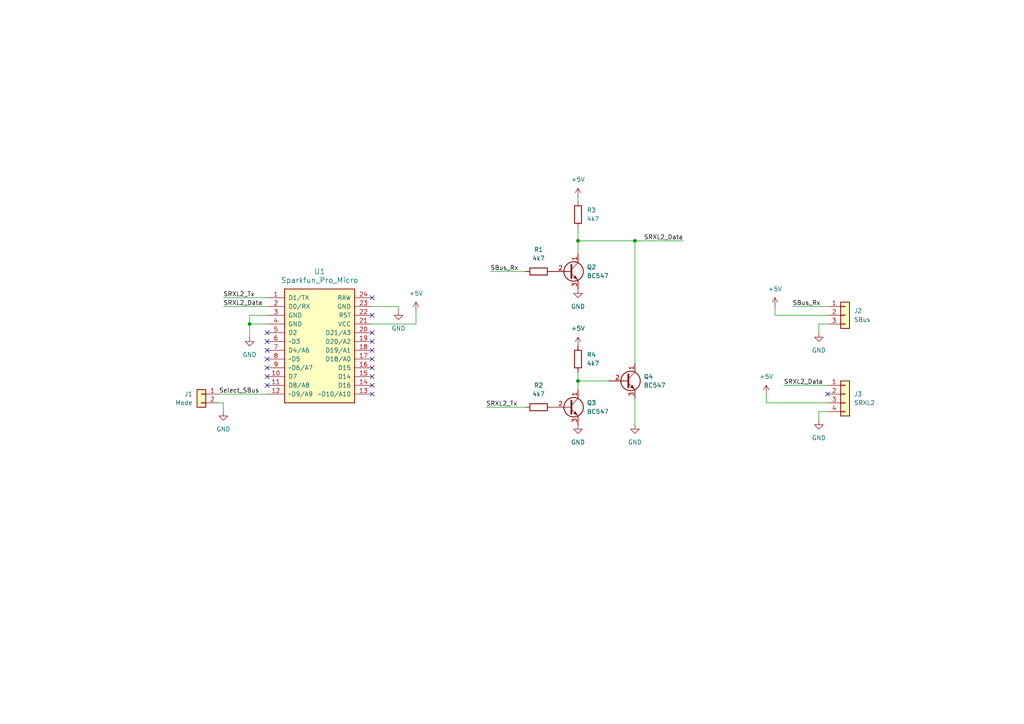
<source format=kicad_sch>
(kicad_sch (version 20250114) (generator "eeschema") (generator_version "9.0")
  (paper "A4")
  (lib_symbols
    (symbol "Arduino:Sparkfun_Pro_Micro" (pin_names (offset 1.016))
      (property "Reference" "U" (at -8.89 21.59 0))
      (property "Value" "Sparkfun_Pro_Micro" (at 0 19.05 0))
      (symbol "Sparkfun_Pro_Micro_0_1"
        (rectangle (start -10.16 17.78) (end 10.16 -15.24) (stroke (width 0.254)) (fill (type background)))
      )
      (symbol "Sparkfun_Pro_Micro_1_1"
        (pin bidirectional line (at -15.24 15.24 0) (length 5.08) (name "D1/TX") (number "1"))
        (pin bidirectional line (at -15.24 12.7 0) (length 5.08) (name "D0/RX") (number "2"))
        (pin power_in line (at -15.24 10.16 0) (length 5.08) (name "GND") (number "3"))
        (pin power_in line (at -15.24 7.62 0) (length 5.08) (name "GND") (number "4"))
        (pin bidirectional line (at -15.24 5.08 0) (length 5.08) (name "D2") (number "5"))
        (pin bidirectional line (at -15.24 2.54 0) (length 5.08) (name "~D3") (number "6"))
        (pin bidirectional line (at -15.24 0 0) (length 5.08) (name "D4/A6") (number "7"))
        (pin bidirectional line (at -15.24 -2.54 0) (length 5.08) (name "~D5") (number "8"))
        (pin bidirectional line (at -15.24 -5.08 0) (length 5.08) (name "~D6/A7") (number "9"))
        (pin bidirectional line (at -15.24 -7.62 0) (length 5.08) (name "D7") (number "10"))
        (pin bidirectional line (at -15.24 -10.16 0) (length 5.08) (name "D8/A8") (number "11"))
        (pin bidirectional line (at -15.24 -12.7 0) (length 5.08) (name "~D9/A9") (number "12"))
        (pin power_in line (at 15.24 15.24 180) (length 5.08) (name "RAW") (number "24"))
        (pin power_in line (at 15.24 12.7 180) (length 5.08) (name "GND") (number "23"))
        (pin input line (at 15.24 10.16 180) (length 5.08) (name "RST") (number "22"))
        (pin power_in line (at 15.24 7.62 180) (length 5.08) (name "VCC") (number "21"))
        (pin bidirectional line (at 15.24 5.08 180) (length 5.08) (name "D21/A3") (number "20"))
        (pin bidirectional line (at 15.24 2.54 180) (length 5.08) (name "D20/A2") (number "19"))
        (pin bidirectional line (at 15.24 0 180) (length 5.08) (name "D19/A1") (number "18"))
        (pin bidirectional line (at 15.24 -2.54 180) (length 5.08) (name "D18/A0") (number "17"))
        (pin bidirectional line (at 15.24 -5.08 180) (length 5.08) (name "D15") (number "16"))
        (pin bidirectional line (at 15.24 -7.62 180) (length 5.08) (name "D14") (number "15"))
        (pin bidirectional line (at 15.24 -10.16 180) (length 5.08) (name "D16") (number "14"))
        (pin bidirectional line (at 15.24 -12.7 180) (length 5.08) (name "~D10/A10") (number "13"))
      )
    )
    (symbol "Connector_Generic:Conn_01x02" (pin_names (offset 1.016) (hide yes))
      (property "Reference" "J" (at 0 2.54 0))
      (property "Value" "Conn_01x02" (at 0 -5.08 0))
      (symbol "Conn_01x02_1_1"
        (rectangle (start -1.27 1.27) (end 1.27 -3.81) (stroke (width 0.254)) (fill (type background)))
        (rectangle (start -1.27 0.127) (end 0 -0.127) (stroke (width 0.1524)))
        (rectangle (start -1.27 -2.413) (end 0 -2.667) (stroke (width 0.1524)))
        (pin passive line (at -5.08 0 0) (length 3.81) (name "Pin_1") (number "1"))
        (pin passive line (at -5.08 -2.54 0) (length 3.81) (name "Pin_2") (number "2"))
      )
    )
    (symbol "Connector_Generic:Conn_01x03" (pin_names (offset 1.016) (hide yes))
      (property "Reference" "J" (at 0 5.08 0))
      (property "Value" "Conn_01x03" (at 0 -5.08 0))
      (symbol "Conn_01x03_1_1"
        (rectangle (start -1.27 3.81) (end 1.27 -3.81) (stroke (width 0.254)) (fill (type background)))
        (rectangle (start -1.27 2.667) (end 0 2.413) (stroke (width 0.1524)))
        (rectangle (start -1.27 0.127) (end 0 -0.127) (stroke (width 0.1524)))
        (rectangle (start -1.27 -2.413) (end 0 -2.667) (stroke (width 0.1524)))
        (pin passive line (at -5.08 2.54 0) (length 3.81) (name "Pin_1") (number "1"))
        (pin passive line (at -5.08 0 0) (length 3.81) (name "Pin_2") (number "2"))
        (pin passive line (at -5.08 -2.54 0) (length 3.81) (name "Pin_3") (number "3"))
      )
    )
    (symbol "Connector_Generic:Conn_01x04" (pin_names (offset 1.016) (hide yes))
      (property "Reference" "J" (at 0 5.08 0))
      (property "Value" "Conn_01x04" (at 0 -7.62 0))
      (symbol "Conn_01x04_1_1"
        (rectangle (start -1.27 3.81) (end 1.27 -6.35) (stroke (width 0.254)) (fill (type background)))
        (rectangle (start -1.27 2.667) (end 0 2.413) (stroke (width 0.1524)))
        (rectangle (start -1.27 0.127) (end 0 -0.127) (stroke (width 0.1524)))
        (rectangle (start -1.27 -2.413) (end 0 -2.667) (stroke (width 0.1524)))
        (rectangle (start -1.27 -4.953) (end 0 -5.207) (stroke (width 0.1524)))
        (pin passive line (at -5.08 2.54 0) (length 3.81) (name "Pin_1") (number "1"))
        (pin passive line (at -5.08 0 0) (length 3.81) (name "Pin_2") (number "2"))
        (pin passive line (at -5.08 -2.54 0) (length 3.81) (name "Pin_3") (number "3"))
        (pin passive line (at -5.08 -5.08 0) (length 3.81) (name "Pin_4") (number "4"))
      )
    )
    (symbol "Device:R" (pin_numbers (hide yes)) (pin_names (offset 0))
      (property "Reference" "R" (at 2.032 0 90))
      (property "Value" "R" (at 0 0 90))
      (symbol "R_0_1"
        (rectangle (start -1.016 -2.54) (end 1.016 2.54) (stroke (width 0.254)))
      )
      (symbol "R_1_1"
        (pin passive line (at 0 3.81 270) (length 1.27) (name "~") (number "1"))
        (pin passive line (at 0 -3.81 90) (length 1.27) (name "~") (number "2"))
      )
    )
    (symbol "Transistor_BJT:BC547" (pin_names (offset 0) (hide yes))
      (property "Reference" "Q" (at 5.08 1.905 0))
      (property "Value" "BC547" (at 5.08 0 0))
      (symbol "BC547_0_1"
        (polyline (pts (xy 0 0) (xy 0.635 0)))
        (polyline (pts (xy 0.635 1.905) (xy 0.635 -1.905) (xy 0.635 -1.905)) (stroke (width 0.508)))
        (polyline (pts (xy 0.635 0.635) (xy 2.54 2.54)))
        (polyline (pts (xy 0.635 -0.635) (xy 2.54 -2.54) (xy 2.54 -2.54)))
        (circle (center 1.27 0) (radius 2.8194) (stroke (width 0.254)))
        (polyline (pts (xy 1.27 -1.778) (xy 1.778 -1.27) (xy 2.286 -2.286) (xy 1.27 -1.778) (xy 1.27 -1.778)) (fill (type outline)))
      )
      (symbol "BC547_1_1"
        (pin input line (at -5.08 0 0) (length 5.08) (name "B") (number "2"))
        (pin passive line (at 2.54 5.08 270) (length 2.54) (name "C") (number "1"))
        (pin passive line (at 2.54 -5.08 90) (length 2.54) (name "E") (number "3"))
      )
    )
    (symbol "power:+5V" (power) (pin_names (offset 0))
      (property "Value" "+5V" (at 0 3.556 0))
      (symbol "+5V_0_1"
        (polyline (pts (xy -0.762 1.27) (xy 0 2.54)))
        (polyline (pts (xy 0 2.54) (xy 0.762 1.27)))
        (polyline (pts (xy 0 0) (xy 0 2.54)))
      )
      (symbol "+5V_1_1"
        (pin power_in line (at 0 0 90) (length 0) (hide yes) (name "+5V") (number "1"))
      )
    )
    (symbol "power:GND" (power) (pin_names (offset 0))
      (property "Value" "GND" (at 0 -3.81 0))
      (symbol "GND_0_1"
        (polyline (pts (xy 0 0) (xy 0 -1.27) (xy 1.27 -1.27) (xy 0 -2.54) (xy -1.27 -1.27) (xy 0 -1.27)))
      )
      (symbol "GND_1_1"
        (pin power_in line (at 0 0 270) (length 0) (hide yes) (name "GND") (number "1"))
      )
    )
  )
  (junction (at 184.15 69.85))
  (junction (at 72.39 93.98))
  (junction (at 167.64 69.85))
  (junction (at 167.64 110.49))
  (no_connect (at 77.47 96.52))
  (no_connect (at 77.47 104.14))
  (no_connect (at 107.95 109.22))
  (no_connect (at 107.95 104.14))
  (no_connect (at 107.95 114.3))
  (no_connect (at 77.47 111.76))
  (no_connect (at 107.95 86.36))
  (no_connect (at 107.95 101.6))
  (no_connect (at 77.47 109.22))
  (no_connect (at 107.95 99.06))
  (no_connect (at 107.95 111.76))
  (no_connect (at 107.95 106.68))
  (no_connect (at 77.47 106.68))
  (no_connect (at 107.95 96.52))
  (no_connect (at 107.95 91.44))
  (no_connect (at 240.03 114.3))
  (no_connect (at 77.47 99.06))
  (no_connect (at 77.47 101.6))
  (wire (pts (xy 240.03 93.98) (xy 237.49 93.98)))
  (wire (pts (xy 107.95 93.98) (xy 120.65 93.98)))
  (wire (pts (xy 237.49 93.98) (xy 237.49 96.52)))
  (wire (pts (xy 240.03 119.38) (xy 237.49 119.38)))
  (wire (pts (xy 120.65 93.98) (xy 120.65 90.17)))
  (wire (pts (xy 184.15 69.85) (xy 167.64 69.85)))
  (wire (pts (xy 63.5 116.84) (xy 64.77 116.84)))
  (wire (pts (xy 72.39 97.79) (xy 72.39 93.98)))
  (wire (pts (xy 115.57 88.9) (xy 107.95 88.9)))
  (wire (pts (xy 229.87 88.9) (xy 240.03 88.9)))
  (wire (pts (xy 167.64 107.95) (xy 167.64 110.49)))
  (wire (pts (xy 167.64 57.15) (xy 167.64 58.42)))
  (wire (pts (xy 142.24 78.74) (xy 152.4 78.74)))
  (wire (pts (xy 167.64 110.49) (xy 176.53 110.49)))
  (wire (pts (xy 237.49 119.38) (xy 237.49 121.92)))
  (wire (pts (xy 240.03 116.84) (xy 222.25 116.84)))
  (wire (pts (xy 64.77 88.9) (xy 77.47 88.9)))
  (wire (pts (xy 184.15 123.19) (xy 184.15 115.57)))
  (wire (pts (xy 72.39 93.98) (xy 72.39 91.44)))
  (wire (pts (xy 198.12 69.85) (xy 184.15 69.85)))
  (wire (pts (xy 167.64 110.49) (xy 167.64 113.03)))
  (wire (pts (xy 72.39 91.44) (xy 77.47 91.44)))
  (wire (pts (xy 227.33 111.76) (xy 240.03 111.76)))
  (wire (pts (xy 64.77 116.84) (xy 64.77 119.38)))
  (wire (pts (xy 167.64 69.85) (xy 167.64 73.66)))
  (wire (pts (xy 222.25 116.84) (xy 222.25 114.3)))
  (wire (pts (xy 72.39 93.98) (xy 77.47 93.98)))
  (wire (pts (xy 77.47 114.3) (xy 63.5 114.3)))
  (wire (pts (xy 184.15 69.85) (xy 184.15 105.41)))
  (wire (pts (xy 115.57 90.17) (xy 115.57 88.9)))
  (wire (pts (xy 140.97 118.11) (xy 152.4 118.11)))
  (wire (pts (xy 224.79 91.44) (xy 224.79 88.9)))
  (wire (pts (xy 64.77 86.36) (xy 77.47 86.36)))
  (wire (pts (xy 240.03 91.44) (xy 224.79 91.44)))
  (wire (pts (xy 167.64 66.04) (xy 167.64 69.85)))
  (label "SRXL2_Data" (at 64.77 88.9 0))
  (label "SBus_Rx" (at 142.24 78.74 0))
  (label "SRXL2_Tx" (at 140.97 118.11 0))
  (label "SRXL2_Data" (at 198.12 69.85 180))
  (label "SRXL2_Tx" (at 64.77 86.36 0))
  (label "SBus_Rx" (at 229.87 88.9 0))
  (label "Select_SBus" (at 63.5 114.3 0))
  (label "SRXL2_Data" (at 227.33 111.76 0))
  (symbol (lib_id "power:GND") (at 64.77 119.38 0) (mirror y) (unit 1)
    (property "Reference" "#PWR4" (effects (hide yes)))
    (property "Value" "GND" (at 64.77 124.46 0))
    (property "Description" "Power symbol creates a global label with name \"GND\" , ground" (effects (hide yes)))
  )
  (symbol (lib_id "power:GND") (at 237.49 121.92 0) (unit 1)
    (property "Reference" "#PWR6" (effects (hide yes)))
    (property "Value" "GND" (at 237.49 127 0))
    (property "Description" "Power symbol creates a global label with name \"GND\" , ground" (effects (hide yes)))
  )
  (symbol (lib_id "power:GND") (at 72.39 97.79 0) (unit 1)
    (property "Reference" "#PWR1" (effects (hide yes)))
    (property "Value" "GND" (at 72.39 102.87 0))
    (property "Description" "Power symbol creates a global label with name \"GND\" , ground" (effects (hide yes)))
  )
  (symbol (lib_id "power:+5V") (at 224.79 88.9 0) (unit 1)
    (property "Reference" "#PWR8" (effects (hide yes)))
    (property "Value" "+5V" (at 224.79 83.82 0))
    (property "Description" "Power symbol creates a global label with name \"+5V\"" (effects (hide yes)))
  )
  (symbol (lib_id "Transistor_BJT:BC547") (at 165.1 78.74 0) (unit 1)
    (property "Reference" "Q2" (at 170.18 77.4699 0) (effects (justify left)))
    (property "Value" "BC547" (at 170.18 80.0099 0) (effects (justify left)))
    (property "Footprint" "Package_TO_SOT_THT:TO-92L_Inline_Wide" (effects (hide yes)))
    (property "Datasheet" "https://www.onsemi.com/pub/Collateral/BC550-D.pdf" (effects (hide yes)))
    (property "Description" "0.1A Ic, 45V Vce, Small Signal NPN Transistor, TO-92" (effects (hide yes)))
  )
  (symbol (lib_id "power:GND") (at 167.64 123.19 0) (unit 1)
    (property "Reference" "#PWR11" (effects (hide yes)))
    (property "Value" "GND" (at 167.64 128.27 0))
    (property "Description" "Power symbol creates a global label with name \"GND\" , ground" (effects (hide yes)))
  )
  (symbol (lib_id "Connector_Generic:Conn_01x04") (at 245.11 114.3 0) (unit 1)
    (property "Reference" "J3" (at 247.65 114.2999 0) (effects (justify left)))
    (property "Value" "SRXL2" (at 247.65 116.8399 0) (effects (justify left)))
    (property "Footprint" "Connector_PinHeader_2.54mm:PinHeader_1x04_P2.54mm_Vertical" (effects (hide yes)))
    (property "Description" "Generic connector, single row, 01x04, script generated (kicad-library-utils/schlib/autogen/connector/)" (effects (hide yes)))
  )
  (symbol (lib_id "Device:R") (at 156.21 78.74 270) (unit 1)
    (property "Reference" "R1" (at 156.21 72.39 90))
    (property "Value" "4k7" (at 156.21 74.93 90))
    (property "Footprint" "Resistor_THT:R_Axial_DIN0309_L9.0mm_D3.2mm_P5.08mm_Vertical" (effects (hide yes)))
    (property "Description" "Resistor" (effects (hide yes)))
  )
  (symbol (lib_id "power:GND") (at 167.64 83.82 0) (unit 1)
    (property "Reference" "#PWR3" (effects (hide yes)))
    (property "Value" "GND" (at 167.64 88.9 0))
    (property "Description" "Power symbol creates a global label with name \"GND\" , ground" (effects (hide yes)))
  )
  (symbol (lib_id "Device:R") (at 167.64 62.23 0) (unit 1)
    (property "Reference" "R3" (at 170.18 60.9599 0) (effects (justify left)))
    (property "Value" "4k7" (at 170.18 63.4999 0) (effects (justify left)))
    (property "Footprint" "Resistor_THT:R_Axial_DIN0309_L9.0mm_D3.2mm_P5.08mm_Vertical" (effects (hide yes)))
    (property "Description" "Resistor" (effects (hide yes)))
  )
  (symbol (lib_id "Connector_Generic:Conn_01x03") (at 245.11 91.44 0) (unit 1)
    (property "Reference" "J2" (at 247.65 90.1699 0) (effects (justify left)))
    (property "Value" "SBus" (at 247.65 92.7099 0) (effects (justify left)))
    (property "Footprint" "Connector_PinHeader_2.54mm:PinHeader_1x03_P2.54mm_Vertical" (effects (hide yes)))
    (property "Description" "Generic connector, single row, 01x03, script generated (kicad-library-utils/schlib/autogen/connector/)" (effects (hide yes)))
  )
  (symbol (lib_id "power:GND") (at 115.57 90.17 0) (unit 1)
    (property "Reference" "#PWR013" (effects (hide yes)))
    (property "Value" "GND" (at 115.57 95.25 0))
    (property "Description" "Power symbol creates a global label with name \"GND\" , ground" (effects (hide yes)))
  )
  (symbol (lib_id "power:+5V") (at 167.64 100.33 0) (unit 1)
    (property "Reference" "#PWR12" (effects (hide yes)))
    (property "Value" "+5V" (at 167.64 95.25 0))
    (property "Description" "Power symbol creates a global label with name \"+5V\"" (effects (hide yes)))
  )
  (symbol (lib_id "Transistor_BJT:BC547") (at 165.1 118.11 0) (unit 1)
    (property "Reference" "Q3" (at 170.18 116.8399 0) (effects (justify left)))
    (property "Value" "BC547" (at 170.18 119.3799 0) (effects (justify left)))
    (property "Footprint" "Package_TO_SOT_THT:TO-92L_Inline_Wide" (effects (hide yes)))
    (property "Datasheet" "https://www.onsemi.com/pub/Collateral/BC550-D.pdf" (effects (hide yes)))
    (property "Description" "0.1A Ic, 45V Vce, Small Signal NPN Transistor, TO-92" (effects (hide yes)))
  )
  (symbol (lib_id "power:GND") (at 237.49 96.52 0) (unit 1)
    (property "Reference" "#PWR5" (effects (hide yes)))
    (property "Value" "GND" (at 237.49 101.6 0))
    (property "Description" "Power symbol creates a global label with name \"GND\" , ground" (effects (hide yes)))
  )
  (symbol (lib_id "power:+5V") (at 120.65 90.17 0) (unit 1)
    (property "Reference" "#PWR7" (effects (hide yes)))
    (property "Value" "+5V" (at 120.65 85.09 0))
    (property "Description" "Power symbol creates a global label with name \"+5V\"" (effects (hide yes)))
  )
  (symbol (lib_id "Connector_Generic:Conn_01x02") (at 58.42 114.3 0) (mirror y) (unit 1)
    (property "Reference" "J1" (at 55.88 114.2999 0) (effects (justify left)))
    (property "Value" "Mode" (at 55.88 116.8399 0) (effects (justify left)))
    (property "Footprint" "Connector_PinHeader_2.54mm:PinHeader_1x02_P2.54mm_Vertical" (effects (hide yes)))
    (property "Description" "Generic connector, single row, 01x02, script generated (kicad-library-utils/schlib/autogen/connector/)" (effects (hide yes)))
  )
  (symbol (lib_id "Transistor_BJT:BC547") (at 181.61 110.49 0) (unit 1)
    (property "Reference" "Q4" (at 186.69 109.2199 0) (effects (justify left)))
    (property "Value" "BC547" (at 186.69 111.7599 0) (effects (justify left)))
    (property "Footprint" "Package_TO_SOT_THT:TO-92L_Inline_Wide" (effects (hide yes)))
    (property "Datasheet" "https://www.onsemi.com/pub/Collateral/BC550-D.pdf" (effects (hide yes)))
    (property "Description" "0.1A Ic, 45V Vce, Small Signal NPN Transistor, TO-92" (effects (hide yes)))
  )
  (symbol (lib_id "power:+5V") (at 167.64 57.15 0) (unit 1)
    (property "Reference" "#PWR10" (effects (hide yes)))
    (property "Value" "+5V" (at 167.64 52.07 0))
    (property "Description" "Power symbol creates a global label with name \"+5V\"" (effects (hide yes)))
  )
  (symbol (lib_id "power:+5V") (at 222.25 114.3 0) (unit 1)
    (property "Reference" "#PWR9" (effects (hide yes)))
    (property "Value" "+5V" (at 222.25 109.22 0))
    (property "Description" "Power symbol creates a global label with name \"+5V\"" (effects (hide yes)))
  )
  (symbol (lib_id "Arduino:Sparkfun_Pro_Micro") (at 92.71 101.6 0) (unit 1)
    (property "Reference" "U1" (at 92.71 78.74 0) (effects (font (size 1.524 1.524))))
    (property "Value" "Sparkfun_Pro_Micro" (at 92.71 81.28 0) (effects (font (size 1.524 1.524))))
    (property "Footprint" "Arduino:Sparkfun_Pro_Micro" (effects (hide yes)))
    (property "Datasheet" "https://www.sparkfun.com/products/12640" (effects (hide yes)))
    (property "Description" "Sparkfun Pro Micro" (effects (hide yes)))
  )
  (symbol (lib_id "Device:R") (at 167.64 104.14 0) (unit 1)
    (property "Reference" "R4" (at 170.18 102.8699 0) (effects (justify left)))
    (property "Value" "4k7" (at 170.18 105.4099 0) (effects (justify left)))
    (property "Footprint" "Resistor_THT:R_Axial_DIN0309_L9.0mm_D3.2mm_P5.08mm_Vertical" (effects (hide yes)))
    (property "Description" "Resistor" (effects (hide yes)))
  )
  (symbol (lib_id "Device:R") (at 156.21 118.11 90) (unit 1)
    (property "Reference" "R2" (at 156.21 111.76 90))
    (property "Value" "4k7" (at 156.21 114.3 90))
    (property "Footprint" "Resistor_THT:R_Axial_DIN0309_L9.0mm_D3.2mm_P2.54mm_Vertical" (effects (hide yes)))
    (property "Description" "Resistor" (effects (hide yes)))
  )
  (symbol (lib_id "power:GND") (at 184.15 123.19 0) (unit 1)
    (property "Reference" "#PWR2" (effects (hide yes)))
    (property "Value" "GND" (at 184.15 128.27 0))
    (property "Description" "Power symbol creates a global label with name \"GND\" , ground" (effects (hide yes)))
  )
)
</source>
